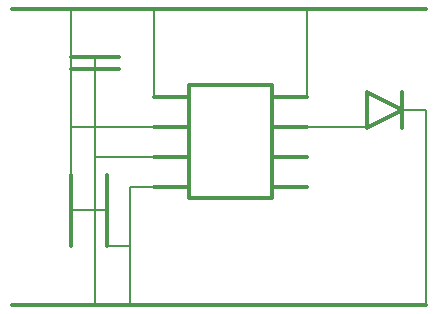
<source format=gbr>
G04 Gerber file generated by Gerbonara*
%MOMM*%
%FSLAX45Y45*%
%IPPOS*%
G75
%LPD*%
%ADD10C,0.3*%
%ADD11C,0.15*%
D10*
X001200000Y001500000D02*
X001500000Y001500000D01*
X002200000Y001500000D02*
X002500000Y001500000D01*
X001200000Y001754000D02*
X001500000Y001754000D01*
X002200000Y001754000D02*
X002500000Y001754000D01*
X001200000Y002008000D02*
X001500000Y002008000D01*
X002200000Y002008000D02*
X002500000Y002008000D01*
X001200000Y002262000D02*
X001500000Y002262000D01*
X002200000Y002262000D02*
X002500000Y002262000D01*
X001500000Y001400000D02*
X002200000Y001400000D01*
X002200000Y002362000D01*
X001500000Y002362000D01*
X001500000Y001400000D01*
X003000000Y002000000D02*
X003300000Y002150000D01*
X003000000Y002300000D01*
X003000000Y002000000D01*
X003300000Y002000000D02*
X003300000Y002300000D01*
X000500000Y001000000D02*
X000500000Y001600000D01*
X000800000Y001000000D02*
X000800000Y001600000D01*
X000500000Y002500000D02*
X000900000Y002500000D01*
X000500000Y002600000D02*
X000900000Y002600000D01*
D11*
X002500000Y002008000D02*
X003000000Y002008000D01*
X003000000Y002150000D01*
X003000000Y002150000D01*
X001200000Y002008000D02*
X000500000Y002008000D01*
X000500000Y001600000D01*
X000500000Y001300000D02*
X000800000Y001300000D01*
X001200000Y001754000D02*
X000700000Y001754000D01*
X000700000Y002600000D01*
X000800000Y001000000D02*
X001000000Y001000000D01*
X001000000Y001500000D01*
X001200000Y001500000D01*
D10*
X0Y003000000D02*
X003500000Y003000000D01*
D11*
X001200000Y002262000D02*
X001200000Y003000000D01*
X002500000Y002262000D02*
X002500000Y003000000D01*
X000500000Y001600000D02*
X000500000Y003000000D01*
D10*
X0Y000500000D02*
X003500000Y000500000D01*
D11*
X001200000Y001500000D02*
X001000000Y001500000D01*
X001000000Y000500000D01*
X000700000Y002500000D02*
X000700000Y000500000D01*
X003300000Y002150000D02*
X003500000Y002150000D01*
X003500000Y000500000D01*
M02*
</source>
